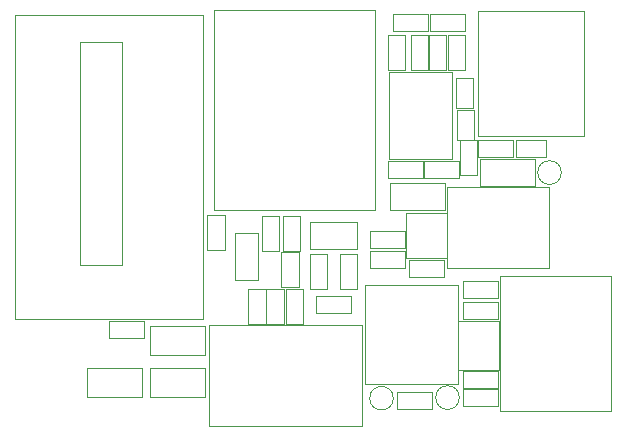
<source format=gbr>
%TF.GenerationSoftware,KiCad,Pcbnew,(6.0.2)*%
%TF.CreationDate,2022-03-15T02:54:35-04:00*%
%TF.ProjectId,ferrous_slime,66657272-6f75-4735-9f73-6c696d652e6b,v0.0.1*%
%TF.SameCoordinates,Original*%
%TF.FileFunction,Other,User*%
%FSLAX46Y46*%
G04 Gerber Fmt 4.6, Leading zero omitted, Abs format (unit mm)*
G04 Created by KiCad (PCBNEW (6.0.2)) date 2022-03-15 02:54:35*
%MOMM*%
%LPD*%
G01*
G04 APERTURE LIST*
%ADD10C,0.050000*%
G04 APERTURE END LIST*
D10*
X66956008Y-56517000D02*
X66956008Y-65117000D01*
X79856008Y-65117000D02*
X79856008Y-56517000D01*
X79856008Y-56517000D02*
X66956008Y-56517000D01*
X66956008Y-65117000D02*
X79856008Y-65117000D01*
X91396000Y-54271000D02*
X88436000Y-54271000D01*
X88436000Y-54271000D02*
X88436000Y-52811000D01*
X88436000Y-52811000D02*
X91396000Y-52811000D01*
X91396000Y-52811000D02*
X91396000Y-54271000D01*
X82848000Y-62209000D02*
X85808000Y-62209000D01*
X82848000Y-63669000D02*
X82848000Y-62209000D01*
X85808000Y-63669000D02*
X82848000Y-63669000D01*
X85808000Y-62209000D02*
X85808000Y-63669000D01*
X70263000Y-56471000D02*
X70263000Y-53511000D01*
X71723000Y-53511000D02*
X71723000Y-56471000D01*
X70263000Y-53511000D02*
X71723000Y-53511000D01*
X71723000Y-56471000D02*
X70263000Y-56471000D01*
X78950000Y-54081000D02*
X78950000Y-55541000D01*
X78950000Y-55541000D02*
X75990000Y-55541000D01*
X75990000Y-55541000D02*
X75990000Y-54081000D01*
X75990000Y-54081000D02*
X78950000Y-54081000D01*
X74517000Y-53296000D02*
X73057000Y-53296000D01*
X73057000Y-50336000D02*
X74517000Y-50336000D01*
X74517000Y-50336000D02*
X74517000Y-53296000D01*
X73057000Y-53296000D02*
X73057000Y-50336000D01*
X88122000Y-62685000D02*
G75*
G03*
X88122000Y-62685000I-1000000J0D01*
G01*
X73247000Y-53511000D02*
X73247000Y-56471000D01*
X71787000Y-56471000D02*
X71787000Y-53511000D01*
X73247000Y-56471000D02*
X71787000Y-56471000D01*
X71787000Y-53511000D02*
X73247000Y-53511000D01*
X83534000Y-34955000D02*
X82074000Y-34955000D01*
X82074000Y-31995000D02*
X83534000Y-31995000D01*
X83534000Y-31995000D02*
X83534000Y-34955000D01*
X82074000Y-34955000D02*
X82074000Y-31995000D01*
X85046000Y-44111000D02*
X82086000Y-44111000D01*
X85046000Y-42651000D02*
X85046000Y-44111000D01*
X82086000Y-42651000D02*
X85046000Y-42651000D01*
X82086000Y-44111000D02*
X82086000Y-42651000D01*
X82534000Y-62738000D02*
G75*
G03*
X82534000Y-62738000I-1000000J0D01*
G01*
X82501000Y-30205000D02*
X85461000Y-30205000D01*
X82501000Y-31665000D02*
X82501000Y-30205000D01*
X85461000Y-31665000D02*
X82501000Y-31665000D01*
X85461000Y-30205000D02*
X85461000Y-31665000D01*
X83522000Y-50006000D02*
X80562000Y-50006000D01*
X80562000Y-48546000D02*
X83522000Y-48546000D01*
X83522000Y-48546000D02*
X83522000Y-50006000D01*
X80562000Y-50006000D02*
X80562000Y-48546000D01*
X87044000Y-47049000D02*
X83644000Y-47049000D01*
X83644000Y-47049000D02*
X83644000Y-50889000D01*
X83644000Y-50889000D02*
X87044000Y-50889000D01*
X87044000Y-50889000D02*
X87044000Y-47049000D01*
X82232000Y-44517000D02*
X86932000Y-44517000D01*
X86932000Y-46817000D02*
X82232000Y-46817000D01*
X86932000Y-44517000D02*
X86932000Y-46817000D01*
X82232000Y-44517000D02*
X82232000Y-46817000D01*
X86824000Y-52493000D02*
X83864000Y-52493000D01*
X86824000Y-51033000D02*
X86824000Y-52493000D01*
X83864000Y-52493000D02*
X83864000Y-51033000D01*
X83864000Y-51033000D02*
X86824000Y-51033000D01*
X83522000Y-51731000D02*
X80562000Y-51731000D01*
X80562000Y-51731000D02*
X80562000Y-50271000D01*
X83522000Y-50271000D02*
X83522000Y-51731000D01*
X80562000Y-50271000D02*
X83522000Y-50271000D01*
X58477000Y-56166000D02*
X61437000Y-56166000D01*
X61437000Y-56166000D02*
X61437000Y-57626000D01*
X61437000Y-57626000D02*
X58477000Y-57626000D01*
X58477000Y-57626000D02*
X58477000Y-56166000D01*
X79470000Y-47818990D02*
X75470000Y-47818990D01*
X79470000Y-50118990D02*
X75470000Y-50118990D01*
X79470000Y-50118990D02*
X79470000Y-47818990D01*
X75470000Y-50118990D02*
X75470000Y-47818990D01*
X91446622Y-56215365D02*
X88046622Y-56215365D01*
X88046622Y-60315365D02*
X91446622Y-60315365D01*
X88046622Y-56215365D02*
X88046622Y-60315365D01*
X91446622Y-60315365D02*
X91446622Y-56215365D01*
X87100800Y-51726000D02*
X95700800Y-51726000D01*
X95700800Y-51726000D02*
X95700800Y-44826000D01*
X95700800Y-44826000D02*
X87100800Y-44826000D01*
X87100800Y-44826000D02*
X87100800Y-51726000D01*
X88436000Y-56049000D02*
X88436000Y-54589000D01*
X91396000Y-54589000D02*
X91396000Y-56049000D01*
X88436000Y-54589000D02*
X91396000Y-54589000D01*
X91396000Y-56049000D02*
X88436000Y-56049000D01*
X74898000Y-56471000D02*
X73438000Y-56471000D01*
X73438000Y-56471000D02*
X73438000Y-53511000D01*
X74898000Y-53511000D02*
X74898000Y-56471000D01*
X73438000Y-53511000D02*
X74898000Y-53511000D01*
X88614000Y-31985008D02*
X88614000Y-34945008D01*
X88614000Y-34945008D02*
X87154000Y-34945008D01*
X87154000Y-34945008D02*
X87154000Y-31985008D01*
X87154000Y-31985008D02*
X88614000Y-31985008D01*
X85537000Y-31969500D02*
X86997000Y-31969500D01*
X86997000Y-31969500D02*
X86997000Y-34929500D01*
X85537000Y-34929500D02*
X85537000Y-31969500D01*
X86997000Y-34929500D02*
X85537000Y-34929500D01*
X89252173Y-35661489D02*
X89252173Y-38161489D01*
X89252173Y-38161489D02*
X87852173Y-38161489D01*
X87852173Y-35661489D02*
X89252173Y-35661489D01*
X87852173Y-38161489D02*
X87852173Y-35661489D01*
X89346000Y-40874000D02*
X87946000Y-40874000D01*
X87946000Y-40874000D02*
X87946000Y-38374000D01*
X89346000Y-38374000D02*
X89346000Y-40874000D01*
X87946000Y-38374000D02*
X89346000Y-38374000D01*
X89852000Y-42485000D02*
X89852000Y-44785000D01*
X89852000Y-42485000D02*
X94552000Y-42485000D01*
X94552000Y-44785000D02*
X89852000Y-44785000D01*
X94552000Y-42485000D02*
X94552000Y-44785000D01*
X91566004Y-52412986D02*
X100966004Y-52412986D01*
X91566004Y-63812986D02*
X91566004Y-52412986D01*
X100966004Y-63812986D02*
X91566004Y-63812986D01*
X100966004Y-52412986D02*
X100966004Y-63812986D01*
X67368000Y-46804007D02*
X67368000Y-29904007D01*
X80968000Y-29904007D02*
X80968000Y-46804007D01*
X80968000Y-46804007D02*
X67368000Y-46804007D01*
X67368000Y-29904007D02*
X80968000Y-29904007D01*
X61228000Y-62665000D02*
X56628000Y-62665000D01*
X61228000Y-62665000D02*
X61228000Y-60165000D01*
X56628000Y-60165000D02*
X56628000Y-62665000D01*
X56628000Y-60165000D02*
X61228000Y-60165000D01*
X89738000Y-29932990D02*
X98668000Y-29932990D01*
X98668000Y-29932990D02*
X98668000Y-40572990D01*
X98668000Y-40572990D02*
X89738000Y-40572990D01*
X89738000Y-40572990D02*
X89738000Y-29932990D01*
X66390000Y-56036990D02*
X50520000Y-56036990D01*
X50520000Y-56036990D02*
X50520000Y-30276990D01*
X50520000Y-30276990D02*
X66390000Y-30276990D01*
X66390000Y-30276990D02*
X66390000Y-56036990D01*
X96758000Y-43635000D02*
G75*
G03*
X96758000Y-43635000I-1000000J0D01*
G01*
X91383000Y-63415000D02*
X88423000Y-63415000D01*
X88423000Y-63415000D02*
X88423000Y-61955000D01*
X91383000Y-61955000D02*
X91383000Y-63415000D01*
X88423000Y-61955000D02*
X91383000Y-61955000D01*
X92921999Y-40903000D02*
X95421999Y-40903000D01*
X92921999Y-42303000D02*
X92921999Y-40903000D01*
X95421999Y-42303000D02*
X92921999Y-42303000D01*
X95421999Y-40903000D02*
X95421999Y-42303000D01*
X73184000Y-50248000D02*
X73184000Y-47288000D01*
X74644000Y-47288000D02*
X74644000Y-50248000D01*
X74644000Y-50248000D02*
X73184000Y-50248000D01*
X73184000Y-47288000D02*
X74644000Y-47288000D01*
X82136000Y-42508990D02*
X87536000Y-42508990D01*
X87536000Y-42508990D02*
X87536000Y-35108990D01*
X87536000Y-35108990D02*
X82136000Y-35108990D01*
X82136000Y-35108990D02*
X82136000Y-42508990D01*
X85642000Y-30205000D02*
X88602000Y-30205000D01*
X85642000Y-31665000D02*
X85642000Y-30205000D01*
X88602000Y-31665000D02*
X85642000Y-31665000D01*
X88602000Y-30205000D02*
X88602000Y-31665000D01*
X66562000Y-59109000D02*
X66562000Y-56609000D01*
X61962000Y-56609000D02*
X61962000Y-59109000D01*
X61962000Y-56609000D02*
X66562000Y-56609000D01*
X66562000Y-59109000D02*
X61962000Y-59109000D01*
X85473000Y-31995000D02*
X85473000Y-34955000D01*
X84013000Y-31995000D02*
X85473000Y-31995000D01*
X84013000Y-34955000D02*
X84013000Y-31995000D01*
X85473000Y-34955000D02*
X84013000Y-34955000D01*
X91383000Y-60431000D02*
X91383000Y-61891000D01*
X88423000Y-61891000D02*
X88423000Y-60431000D01*
X88423000Y-60431000D02*
X91383000Y-60431000D01*
X91383000Y-61891000D02*
X88423000Y-61891000D01*
X61962000Y-60165000D02*
X66562000Y-60165000D01*
X61962000Y-60165000D02*
X61962000Y-62665000D01*
X66562000Y-62665000D02*
X66562000Y-60165000D01*
X66562000Y-62665000D02*
X61962000Y-62665000D01*
X68243200Y-47237200D02*
X68243200Y-50197200D01*
X68243200Y-50197200D02*
X66783200Y-50197200D01*
X66783200Y-50197200D02*
X66783200Y-47237200D01*
X66783200Y-47237200D02*
X68243200Y-47237200D01*
X75470000Y-50537000D02*
X76930000Y-50537000D01*
X76930000Y-53497000D02*
X75470000Y-53497000D01*
X76930000Y-50537000D02*
X76930000Y-53497000D01*
X75470000Y-53497000D02*
X75470000Y-50537000D01*
X72866000Y-47288000D02*
X72866000Y-50248000D01*
X71406000Y-50248000D02*
X71406000Y-47288000D01*
X72866000Y-50248000D02*
X71406000Y-50248000D01*
X71406000Y-47288000D02*
X72866000Y-47288000D01*
X85134000Y-44111000D02*
X85134000Y-42651000D01*
X88094000Y-44111000D02*
X85134000Y-44111000D01*
X88094000Y-42651000D02*
X88094000Y-44111000D01*
X85134000Y-42651000D02*
X88094000Y-42651000D01*
X87974000Y-53150990D02*
X80174000Y-53150990D01*
X80174000Y-53150990D02*
X80174000Y-61550990D01*
X87974000Y-61550990D02*
X87974000Y-53150990D01*
X80174000Y-61550990D02*
X87974000Y-61550990D01*
X59585000Y-32617000D02*
X55985000Y-32617000D01*
X59585000Y-51467000D02*
X59585000Y-32617000D01*
X55985000Y-32617000D02*
X55985000Y-51467000D01*
X55985000Y-51467000D02*
X59585000Y-51467000D01*
X79470000Y-50537000D02*
X79470000Y-53497000D01*
X79470000Y-53497000D02*
X78010000Y-53497000D01*
X78010000Y-53497000D02*
X78010000Y-50537000D01*
X78010000Y-50537000D02*
X79470000Y-50537000D01*
X89706000Y-40873000D02*
X92666000Y-40873000D01*
X92666000Y-42333000D02*
X89706000Y-42333000D01*
X92666000Y-40873000D02*
X92666000Y-42333000D01*
X89706000Y-42333000D02*
X89706000Y-40873000D01*
X88170000Y-40885000D02*
X89630000Y-40885000D01*
X89630000Y-40885000D02*
X89630000Y-43845000D01*
X89630000Y-43845000D02*
X88170000Y-43845000D01*
X88170000Y-43845000D02*
X88170000Y-40885000D01*
X71054000Y-52747000D02*
X71054000Y-48747000D01*
X69154000Y-52747000D02*
X71054000Y-52747000D01*
X69154000Y-52747000D02*
X69154000Y-48747000D01*
X69154000Y-48747000D02*
X71054000Y-48747000D01*
M02*

</source>
